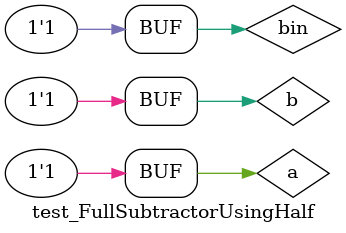
<source format=v>
`timescale 1ns / 1ps

module test_FullSubtractorUsingHalf();

    reg a,b,bin;
    wire d,bout;
    
    FullSubtractorUsingHalf FS1(a,b,bin,d,bout);
    
    initial begin
            a=0; b=0; bin=0;
        #10 a=0; b=0; bin=1;
        #10 a=0; b=1; bin=0;
        #10 a=0; b=1; bin=1;
        #10 a=1; b=0; bin=0;
        #10 a=1; b=0; bin=1;
        #10 a=1; b=1; bin=0;
        #10 a=1; b=1; bin=1;
    end

endmodule

</source>
